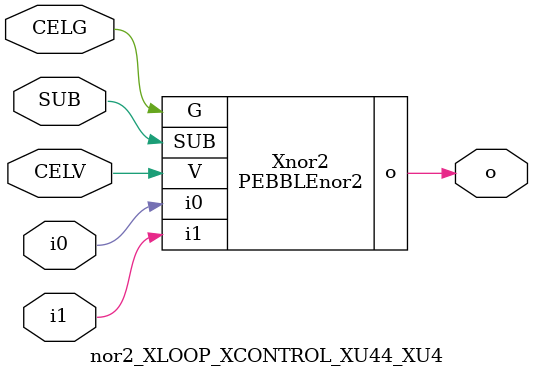
<source format=v>



module PEBBLEnor2 ( o, G, SUB, V, i0, i1 );

  input i0;
  input V;
  input i1;
  input G;
  output o;
  input SUB;
endmodule

//Celera Confidential Do Not Copy nor2_XLOOP_XCONTROL_XU44_XU4
//Celera Confidential Symbol Generator
//nor2
module nor2_XLOOP_XCONTROL_XU44_XU4 (CELV,CELG,i0,i1,o,SUB);
input CELV;
input CELG;
input i0;
input i1;
input SUB;
output o;

//Celera Confidential Do Not Copy nor2
PEBBLEnor2 Xnor2(
.V (CELV),
.i0 (i0),
.i1 (i1),
.o (o),
.SUB (SUB),
.G (CELG)
);
//,diesize,PEBBLEnor2

//Celera Confidential Do Not Copy Module End
//Celera Schematic Generator
endmodule

</source>
